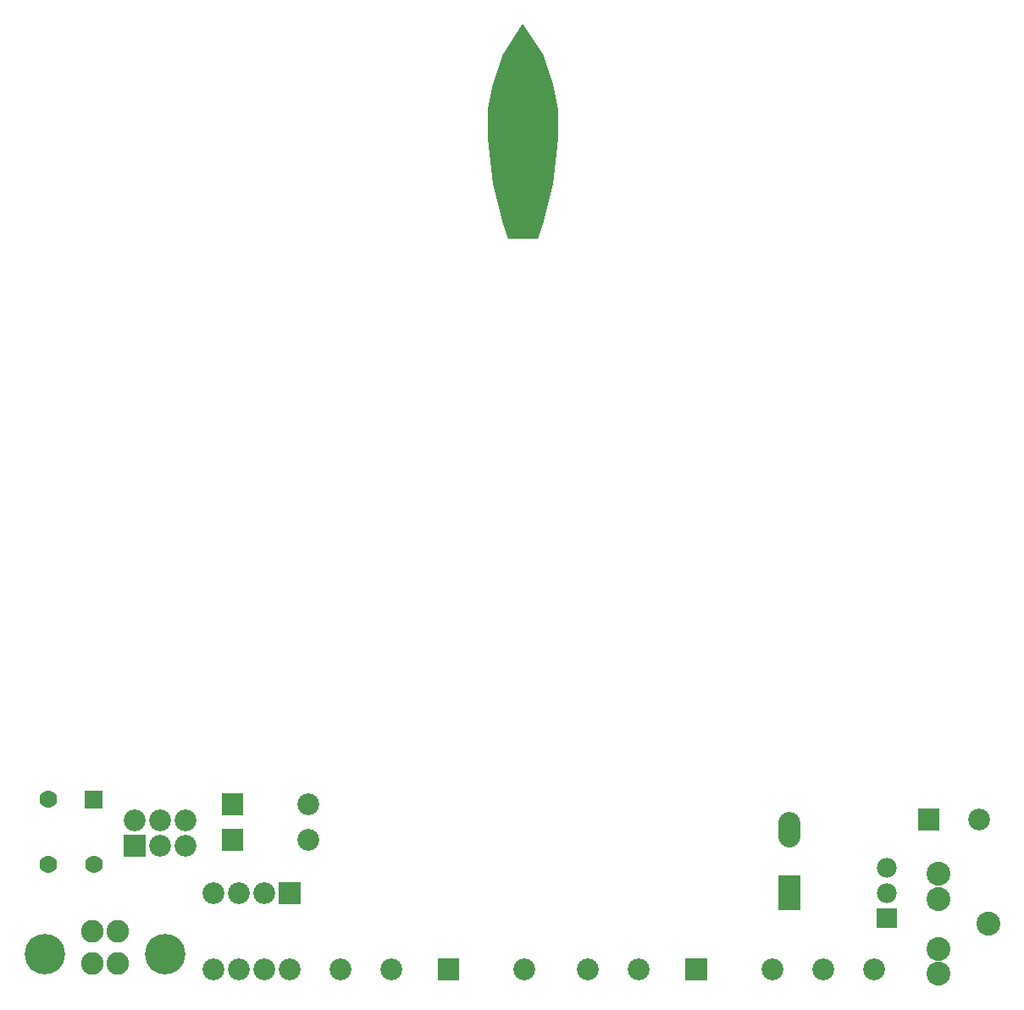
<source format=gts>
G04 start of page 2 for group 2 layer_idx 8 *
G04 Title: (unknown), top_mask *
G04 Creator: pcb-rnd 3.1.4-dev *
G04 CreationDate: 2024-02-11 05:41:19 UTC *
G04 For: STEM4ukraine *
G04 Format: Gerber/RS-274X *
G04 PCB-Dimensions: 393701 393701 *
G04 PCB-Coordinate-Origin: lower left *
%MOIN*%
%FSLAX25Y25*%
%LNTOP_MASK_NONE_2*%
%ADD68C,0.1595*%
%ADD67C,0.0710*%
%ADD66C,0.0780*%
%ADD65C,0.0942*%
%ADD64C,0.0696*%
%ADD63C,0.0001*%
%ADD62C,0.0887*%
%ADD61C,0.0860*%
G54D61*X85000Y43701D03*
X75000D03*
G54D62*X27378Y28559D03*
X37220D03*
G54D63*G36*
X109300Y48001D02*Y39401D01*
X100700D01*
Y48001D01*
X109300D01*
G37*
G54D61*X95000Y43701D03*
G54D63*G36*
X78200Y69001D02*X86800D01*
Y60401D01*
X78200D01*
Y69001D01*
G37*
G54D61*X112500Y64701D03*
G54D63*G36*
X31336Y83974D02*Y77018D01*
X24380D01*
Y83974D01*
X31336D01*
G37*
G54D61*X44000Y72201D03*
X54000D03*
X64000D03*
G54D63*G36*
X78200Y83001D02*X86800D01*
Y74401D01*
X78200D01*
Y83001D01*
G37*
G54D61*X112500Y78701D03*
G54D64*X10142Y80496D03*
Y54906D03*
X27858D03*
G54D63*G36*
X39700Y57901D02*Y66501D01*
X48300D01*
Y57901D01*
X39700D01*
G37*
G54D61*X54000Y62201D03*
X64000D03*
G54D65*X360236Y51181D03*
Y41338D03*
G54D66*X340000Y43701D03*
G54D65*X360236Y11811D03*
Y21653D03*
G54D63*G36*
X188300Y334259D02*X195400D01*
Y327159D01*
X188300D01*
Y334259D01*
G37*
G36*
Y353944D02*X195400D01*
Y346844D01*
X188300D01*
Y353944D01*
G37*
G54D67*X201850Y350394D03*
G54D61*X315000Y13701D03*
G54D67*X201850Y330709D03*
G54D61*X301575Y66079D02*Y71236D01*
G54D63*G36*
X297275Y36936D02*Y50736D01*
X305875D01*
Y36936D01*
X297275D01*
G37*
G54D61*X335000Y13701D03*
G54D63*G36*
X343900Y37601D02*Y29801D01*
X336100D01*
Y37601D01*
X343900D01*
G37*
G54D66*X340000Y53701D03*
G54D65*X379921Y31496D03*
G54D63*G36*
X352200Y68401D02*Y77001D01*
X360800D01*
Y68401D01*
X352200D01*
G37*
G54D61*X376500Y72701D03*
X95000Y13701D03*
X85000D03*
X75000D03*
X105000D03*
X125000D03*
X145000D03*
G54D63*G36*
X163200Y18001D02*X171800D01*
Y9401D01*
X163200D01*
Y18001D01*
G37*
G54D61*X197500Y13701D03*
G54D63*G36*
X260700Y18001D02*X269300D01*
Y9401D01*
X260700D01*
Y18001D01*
G37*
G54D61*X222500Y13701D03*
X242500D03*
X295000D03*
G54D68*X56000Y19701D03*
X8598D03*
G54D62*X27378Y15961D03*
X37220D03*
G54D63*G36*
X204724Y374016D02*X208661Y362205D01*
X210630Y352362D01*
Y340551D01*
X208661Y322835D01*
X204724Y307087D01*
X202756Y301181D01*
X190945D01*
X188976Y307087D01*
X185039Y322835D01*
X183071Y340551D01*
Y352362D01*
X185039Y362205D01*
X188976Y374016D01*
X196850Y385827D01*
X204724Y374016D01*
G37*
M02*

</source>
